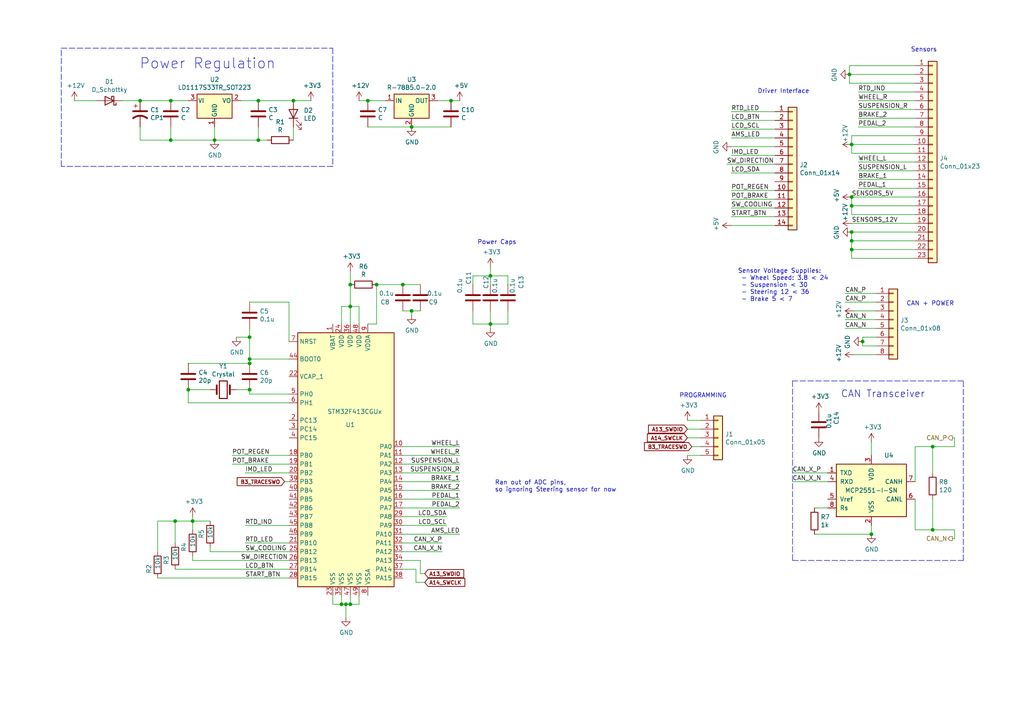
<source format=kicad_sch>
(kicad_sch (version 20211123) (generator eeschema)
  (paper "A4")
  (lib_symbols
    (symbol "Connector_Generic:Conn_01x05" (pin_names (offset 1.016) hide)
      (property "Reference" "J" (at 0 7.62 0))
      (property "Value" "Conn_01x05" (at 0 -7.62 0))
      (symbol "Conn_01x05_1_1"
        (rectangle (start -1.27 -4.953) (end 0 -5.207) (stroke (width 0.1524)))
        (rectangle (start -1.27 -2.413) (end 0 -2.667) (stroke (width 0.1524)))
        (rectangle (start -1.27 0.127) (end 0 -0.127) (stroke (width 0.1524)))
        (rectangle (start -1.27 2.667) (end 0 2.413) (stroke (width 0.1524)))
        (rectangle (start -1.27 5.207) (end 0 4.953) (stroke (width 0.1524)))
        (rectangle (start -1.27 6.35) (end 1.27 -6.35) (stroke (width 0.254)) (fill (type background)))
        (pin passive line (at -5.08 5.08 0) (length 3.81) (name "Pin_1") (number "1"))
        (pin passive line (at -5.08 2.54 0) (length 3.81) (name "Pin_2") (number "2"))
        (pin passive line (at -5.08 0 0) (length 3.81) (name "Pin_3") (number "3"))
        (pin passive line (at -5.08 -2.54 0) (length 3.81) (name "Pin_4") (number "4"))
        (pin passive line (at -5.08 -5.08 0) (length 3.81) (name "Pin_5") (number "5"))
      )
    )
    (symbol "Connector_Generic:Conn_01x08" (pin_names (offset 1.016) hide)
      (property "Reference" "J" (at 0 10.16 0))
      (property "Value" "Conn_01x08" (at 0 -12.7 0))
      (symbol "Conn_01x08_1_1"
        (rectangle (start -1.27 -10.033) (end 0 -10.287) (stroke (width 0.1524)))
        (rectangle (start -1.27 -7.493) (end 0 -7.747) (stroke (width 0.1524)))
        (rectangle (start -1.27 -4.953) (end 0 -5.207) (stroke (width 0.1524)))
        (rectangle (start -1.27 -2.413) (end 0 -2.667) (stroke (width 0.1524)))
        (rectangle (start -1.27 0.127) (end 0 -0.127) (stroke (width 0.1524)))
        (rectangle (start -1.27 2.667) (end 0 2.413) (stroke (width 0.1524)))
        (rectangle (start -1.27 5.207) (end 0 4.953) (stroke (width 0.1524)))
        (rectangle (start -1.27 7.747) (end 0 7.493) (stroke (width 0.1524)))
        (rectangle (start -1.27 8.89) (end 1.27 -11.43) (stroke (width 0.254)) (fill (type background)))
        (pin passive line (at -5.08 7.62 0) (length 3.81) (name "Pin_1") (number "1"))
        (pin passive line (at -5.08 5.08 0) (length 3.81) (name "Pin_2") (number "2"))
        (pin passive line (at -5.08 2.54 0) (length 3.81) (name "Pin_3") (number "3"))
        (pin passive line (at -5.08 0 0) (length 3.81) (name "Pin_4") (number "4"))
        (pin passive line (at -5.08 -2.54 0) (length 3.81) (name "Pin_5") (number "5"))
        (pin passive line (at -5.08 -5.08 0) (length 3.81) (name "Pin_6") (number "6"))
        (pin passive line (at -5.08 -7.62 0) (length 3.81) (name "Pin_7") (number "7"))
        (pin passive line (at -5.08 -10.16 0) (length 3.81) (name "Pin_8") (number "8"))
      )
    )
    (symbol "Connector_Generic:Conn_01x14" (pin_names (offset 1.016) hide)
      (property "Reference" "J" (at 0 17.78 0))
      (property "Value" "Conn_01x14" (at 0 -20.32 0))
      (symbol "Conn_01x14_1_1"
        (rectangle (start -1.27 -17.653) (end 0 -17.907) (stroke (width 0.1524)))
        (rectangle (start -1.27 -15.113) (end 0 -15.367) (stroke (width 0.1524)))
        (rectangle (start -1.27 -12.573) (end 0 -12.827) (stroke (width 0.1524)))
        (rectangle (start -1.27 -10.033) (end 0 -10.287) (stroke (width 0.1524)))
        (rectangle (start -1.27 -7.493) (end 0 -7.747) (stroke (width 0.1524)))
        (rectangle (start -1.27 -4.953) (end 0 -5.207) (stroke (width 0.1524)))
        (rectangle (start -1.27 -2.413) (end 0 -2.667) (stroke (width 0.1524)))
        (rectangle (start -1.27 0.127) (end 0 -0.127) (stroke (width 0.1524)))
        (rectangle (start -1.27 2.667) (end 0 2.413) (stroke (width 0.1524)))
        (rectangle (start -1.27 5.207) (end 0 4.953) (stroke (width 0.1524)))
        (rectangle (start -1.27 7.747) (end 0 7.493) (stroke (width 0.1524)))
        (rectangle (start -1.27 10.287) (end 0 10.033) (stroke (width 0.1524)))
        (rectangle (start -1.27 12.827) (end 0 12.573) (stroke (width 0.1524)))
        (rectangle (start -1.27 15.367) (end 0 15.113) (stroke (width 0.1524)))
        (rectangle (start -1.27 16.51) (end 1.27 -19.05) (stroke (width 0.254)) (fill (type background)))
        (pin passive line (at -5.08 15.24 0) (length 3.81) (name "Pin_1") (number "1"))
        (pin passive line (at -5.08 -7.62 0) (length 3.81) (name "Pin_10") (number "10"))
        (pin passive line (at -5.08 -10.16 0) (length 3.81) (name "Pin_11") (number "11"))
        (pin passive line (at -5.08 -12.7 0) (length 3.81) (name "Pin_12") (number "12"))
        (pin passive line (at -5.08 -15.24 0) (length 3.81) (name "Pin_13") (number "13"))
        (pin passive line (at -5.08 -17.78 0) (length 3.81) (name "Pin_14") (number "14"))
        (pin passive line (at -5.08 12.7 0) (length 3.81) (name "Pin_2") (number "2"))
        (pin passive line (at -5.08 10.16 0) (length 3.81) (name "Pin_3") (number "3"))
        (pin passive line (at -5.08 7.62 0) (length 3.81) (name "Pin_4") (number "4"))
        (pin passive line (at -5.08 5.08 0) (length 3.81) (name "Pin_5") (number "5"))
        (pin passive line (at -5.08 2.54 0) (length 3.81) (name "Pin_6") (number "6"))
        (pin passive line (at -5.08 0 0) (length 3.81) (name "Pin_7") (number "7"))
        (pin passive line (at -5.08 -2.54 0) (length 3.81) (name "Pin_8") (number "8"))
        (pin passive line (at -5.08 -5.08 0) (length 3.81) (name "Pin_9") (number "9"))
      )
    )
    (symbol "Connector_Generic:Conn_01x23" (pin_names (offset 1.016) hide)
      (property "Reference" "J" (at 0 30.48 0))
      (property "Value" "Conn_01x23" (at 0 -30.48 0))
      (symbol "Conn_01x23_1_1"
        (rectangle (start -1.27 -27.813) (end 0 -28.067) (stroke (width 0.1524)))
        (rectangle (start -1.27 -25.273) (end 0 -25.527) (stroke (width 0.1524)))
        (rectangle (start -1.27 -22.733) (end 0 -22.987) (stroke (width 0.1524)))
        (rectangle (start -1.27 -20.193) (end 0 -20.447) (stroke (width 0.1524)))
        (rectangle (start -1.27 -17.653) (end 0 -17.907) (stroke (width 0.1524)))
        (rectangle (start -1.27 -15.113) (end 0 -15.367) (stroke (width 0.1524)))
        (rectangle (start -1.27 -12.573) (end 0 -12.827) (stroke (width 0.1524)))
        (rectangle (start -1.27 -10.033) (end 0 -10.287) (stroke (width 0.1524)))
        (rectangle (start -1.27 -7.493) (end 0 -7.747) (stroke (width 0.1524)))
        (rectangle (start -1.27 -4.953) (end 0 -5.207) (stroke (width 0.1524)))
        (rectangle (start -1.27 -2.413) (end 0 -2.667) (stroke (width 0.1524)))
        (rectangle (start -1.27 0.127) (end 0 -0.127) (stroke (width 0.1524)))
        (rectangle (start -1.27 2.667) (end 0 2.413) (stroke (width 0.1524)))
        (rectangle (start -1.27 5.207) (end 0 4.953) (stroke (width 0.1524)))
        (rectangle (start -1.27 7.747) (end 0 7.493) (stroke (width 0.1524)))
        (rectangle (start -1.27 10.287) (end 0 10.033) (stroke (width 0.1524)))
        (rectangle (start -1.27 12.827) (end 0 12.573) (stroke (width 0.1524)))
        (rectangle (start -1.27 15.367) (end 0 15.113) (stroke (width 0.1524)))
        (rectangle (start -1.27 17.907) (end 0 17.653) (stroke (width 0.1524)))
        (rectangle (start -1.27 20.447) (end 0 20.193) (stroke (width 0.1524)))
        (rectangle (start -1.27 22.987) (end 0 22.733) (stroke (width 0.1524)))
        (rectangle (start -1.27 25.527) (end 0 25.273) (stroke (width 0.1524)))
        (rectangle (start -1.27 28.067) (end 0 27.813) (stroke (width 0.1524)))
        (rectangle (start -1.27 29.21) (end 1.27 -29.21) (stroke (width 0.254)) (fill (type background)))
        (pin passive line (at -5.08 27.94 0) (length 3.81) (name "Pin_1") (number "1"))
        (pin passive line (at -5.08 5.08 0) (length 3.81) (name "Pin_10") (number "10"))
        (pin passive line (at -5.08 2.54 0) (length 3.81) (name "Pin_11") (number "11"))
        (pin passive line (at -5.08 0 0) (length 3.81) (name "Pin_12") (number "12"))
        (pin passive line (at -5.08 -2.54 0) (length 3.81) (name "Pin_13") (number "13"))
        (pin passive line (at -5.08 -5.08 0) (length 3.81) (name "Pin_14") (number "14"))
        (pin passive line (at -5.08 -7.62 0) (length 3.81) (name "Pin_15") (number "15"))
        (pin passive line (at -5.08 -10.16 0) (length 3.81) (name "Pin_16") (number "16"))
        (pin passive line (at -5.08 -12.7 0) (length 3.81) (name "Pin_17") (number "17"))
        (pin passive line (at -5.08 -15.24 0) (length 3.81) (name "Pin_18") (number "18"))
        (pin passive line (at -5.08 -17.78 0) (length 3.81) (name "Pin_19") (number "19"))
        (pin passive line (at -5.08 25.4 0) (length 3.81) (name "Pin_2") (number "2"))
        (pin passive line (at -5.08 -20.32 0) (length 3.81) (name "Pin_20") (number "20"))
        (pin passive line (at -5.08 -22.86 0) (length 3.81) (name "Pin_21") (number "21"))
        (pin passive line (at -5.08 -25.4 0) (length 3.81) (name "Pin_22") (number "22"))
        (pin passive line (at -5.08 -27.94 0) (length 3.81) (name "Pin_23") (number "23"))
        (pin passive line (at -5.08 22.86 0) (length 3.81) (name "Pin_3") (number "3"))
        (pin passive line (at -5.08 20.32 0) (length 3.81) (name "Pin_4") (number "4"))
        (pin passive line (at -5.08 17.78 0) (length 3.81) (name "Pin_5") (number "5"))
        (pin passive line (at -5.08 15.24 0) (length 3.81) (name "Pin_6") (number "6"))
        (pin passive line (at -5.08 12.7 0) (length 3.81) (name "Pin_7") (number "7"))
        (pin passive line (at -5.08 10.16 0) (length 3.81) (name "Pin_8") (number "8"))
        (pin passive line (at -5.08 7.62 0) (length 3.81) (name "Pin_9") (number "9"))
      )
    )
    (symbol "Device:C" (pin_numbers hide) (pin_names (offset 0.254))
      (property "Reference" "C" (at 0.635 2.54 0))
      (property "Value" "C" (at 0.635 -2.54 0))
      (symbol "C_0_1"
        (polyline (pts (xy -2.032 -0.762) (xy 2.032 -0.762)) (stroke (width 0.508)))
        (polyline (pts (xy -2.032 0.762) (xy 2.032 0.762)) (stroke (width 0.508)))
      )
      (symbol "C_1_1"
        (pin passive line (at 0 3.81 270) (length 2.794) (name "~") (number "1"))
        (pin passive line (at 0 -3.81 90) (length 2.794) (name "~") (number "2"))
      )
    )
    (symbol "Device:CP1" (pin_numbers hide) (pin_names (offset 0.254) hide)
      (property "Reference" "C" (at 0.635 2.54 0))
      (property "Value" "Device_CP1" (at 0.635 -2.54 0))
      (symbol "CP1_0_1"
        (polyline (pts (xy -2.032 0.762) (xy 2.032 0.762)) (stroke (width 0.508)))
        (polyline (pts (xy -1.778 2.286) (xy -0.762 2.286)))
        (polyline (pts (xy -1.27 1.778) (xy -1.27 2.794)))
        (arc (start 2.032 -1.27) (mid 0 -0.5572) (end -2.032 -1.27) (stroke (width 0.508)))
      )
      (symbol "CP1_1_1"
        (pin passive line (at 0 3.81 270) (length 2.794) (name "~") (number "1"))
        (pin passive line (at 0 -3.81 90) (length 3.302) (name "~") (number "2"))
      )
    )
    (symbol "Device:Crystal" (pin_numbers hide) (pin_names (offset 1.016) hide)
      (property "Reference" "Y" (at 0 3.81 0))
      (property "Value" "Crystal" (at 0 -3.81 0))
      (symbol "Crystal_0_1"
        (rectangle (start -1.143 2.54) (end 1.143 -2.54) (stroke (width 0.3048)))
        (polyline (pts (xy -2.54 0) (xy -1.905 0)))
        (polyline (pts (xy -1.905 -1.27) (xy -1.905 1.27)) (stroke (width 0.508)))
        (polyline (pts (xy 1.905 -1.27) (xy 1.905 1.27)) (stroke (width 0.508)))
        (polyline (pts (xy 2.54 0) (xy 1.905 0)))
      )
      (symbol "Crystal_1_1"
        (pin passive line (at -3.81 0 0) (length 1.27) (name "1") (number "1"))
        (pin passive line (at 3.81 0 180) (length 1.27) (name "2") (number "2"))
      )
    )
    (symbol "Device:D_Schottky" (pin_numbers hide) (pin_names (offset 1.016) hide)
      (property "Reference" "D" (at 0 2.54 0))
      (property "Value" "D_Schottky" (at 0 -2.54 0))
      (symbol "D_Schottky_0_1"
        (polyline (pts (xy 1.27 0) (xy -1.27 0)))
        (polyline (pts (xy 1.27 1.27) (xy 1.27 -1.27) (xy -1.27 0) (xy 1.27 1.27)) (stroke (width 0.254)))
        (polyline (pts (xy -1.905 0.635) (xy -1.905 1.27) (xy -1.27 1.27) (xy -1.27 -1.27) (xy -0.635 -1.27) (xy -0.635 -0.635)) (stroke (width 0.254)))
      )
      (symbol "D_Schottky_1_1"
        (pin passive line (at -3.81 0 0) (length 2.54) (name "K") (number "1"))
        (pin passive line (at 3.81 0 180) (length 2.54) (name "A") (number "2"))
      )
    )
    (symbol "Device:LED" (pin_numbers hide) (pin_names (offset 1.016) hide)
      (property "Reference" "D" (at 0 2.54 0))
      (property "Value" "LED" (at 0 -2.54 0))
      (symbol "LED_0_1"
        (polyline (pts (xy -1.27 -1.27) (xy -1.27 1.27)) (stroke (width 0.254)))
        (polyline (pts (xy -1.27 0) (xy 1.27 0)))
        (polyline (pts (xy 1.27 -1.27) (xy 1.27 1.27) (xy -1.27 0) (xy 1.27 -1.27)) (stroke (width 0.254)))
        (polyline (pts (xy -3.048 -0.762) (xy -4.572 -2.286) (xy -3.81 -2.286) (xy -4.572 -2.286) (xy -4.572 -1.524)))
        (polyline (pts (xy -1.778 -0.762) (xy -3.302 -2.286) (xy -2.54 -2.286) (xy -3.302 -2.286) (xy -3.302 -1.524)))
      )
      (symbol "LED_1_1"
        (pin passive line (at -3.81 0 0) (length 2.54) (name "K") (number "1"))
        (pin passive line (at 3.81 0 180) (length 2.54) (name "A") (number "2"))
      )
    )
    (symbol "Device:R" (pin_numbers hide) (pin_names (offset 0))
      (property "Reference" "R" (at 2.032 0 90))
      (property "Value" "R" (at 0 0 90))
      (symbol "R_0_1"
        (rectangle (start -1.016 -2.54) (end 1.016 2.54) (stroke (width 0.254)))
      )
      (symbol "R_1_1"
        (pin passive line (at 0 3.81 270) (length 1.27) (name "~") (number "1"))
        (pin passive line (at 0 -3.81 90) (length 1.27) (name "~") (number "2"))
      )
    )
    (symbol "Interface_CAN_LIN:MCP2551-I-SN" (pin_names (offset 1.016))
      (property "Reference" "U" (at -10.16 8.89 0))
      (property "Value" "MCP2551-I-SN" (at 2.54 8.89 0))
      (symbol "MCP2551-I-SN_0_1"
        (rectangle (start -10.16 7.62) (end 10.16 -7.62) (stroke (width 0.254)) (fill (type background)))
      )
      (symbol "MCP2551-I-SN_1_1"
        (pin input line (at -12.7 5.08 0) (length 2.54) (name "TXD") (number "1"))
        (pin power_in line (at 0 -10.16 90) (length 2.54) (name "VSS") (number "2"))
        (pin power_in line (at 0 10.16 270) (length 2.54) (name "VDD") (number "3"))
        (pin output line (at -12.7 2.54 0) (length 2.54) (name "RXD") (number "4"))
        (pin power_out line (at -12.7 -2.54 0) (length 2.54) (name "Vref") (number "5"))
        (pin bidirectional line (at 12.7 -2.54 180) (length 2.54) (name "CANL") (number "6"))
        (pin bidirectional line (at 12.7 2.54 180) (length 2.54) (name "CANH") (number "7"))
        (pin input line (at -12.7 -5.08 0) (length 2.54) (name "Rs") (number "8"))
      )
    )
    (symbol "MCU_ST_STM32F4:STM32F413CGUx"
      (property "Reference" "U" (at -15.24 36.83 0))
      (property "Value" "STM32F413CGUx" (at 7.62 36.83 0))
      (symbol "STM32F413CGUx_0_1"
        (rectangle (start -15.24 -38.1) (end 12.7 35.56) (stroke (width 0.254)) (fill (type background)))
      )
      (symbol "STM32F413CGUx_1_1"
        (pin power_in line (at -5.08 38.1 270) (length 2.54) (name "VBAT") (number "1"))
        (pin bidirectional line (at 15.24 2.54 180) (length 2.54) (name "PA0") (number "10"))
        (pin bidirectional line (at 15.24 0 180) (length 2.54) (name "PA1") (number "11"))
        (pin bidirectional line (at 15.24 -2.54 180) (length 2.54) (name "PA2") (number "12"))
        (pin bidirectional line (at 15.24 -5.08 180) (length 2.54) (name "PA3") (number "13"))
        (pin bidirectional line (at 15.24 -7.62 180) (length 2.54) (name "PA4") (number "14"))
        (pin bidirectional line (at 15.24 -10.16 180) (length 2.54) (name "PA5") (number "15"))
        (pin bidirectional line (at 15.24 -12.7 180) (length 2.54) (name "PA6") (number "16"))
        (pin bidirectional line (at 15.24 -15.24 180) (length 2.54) (name "PA7") (number "17"))
        (pin bidirectional line (at -17.78 0 0) (length 2.54) (name "PB0") (number "18"))
        (pin bidirectional line (at -17.78 -2.54 0) (length 2.54) (name "PB1") (number "19"))
        (pin bidirectional line (at -17.78 10.16 0) (length 2.54) (name "PC13") (number "2"))
        (pin bidirectional line (at -17.78 -5.08 0) (length 2.54) (name "PB2") (number "20"))
        (pin bidirectional line (at -17.78 -25.4 0) (length 2.54) (name "PB10") (number "21"))
        (pin power_in line (at -17.78 22.86 0) (length 2.54) (name "VCAP_1") (number "22"))
        (pin power_in line (at -5.08 -40.64 90) (length 2.54) (name "VSS") (number "23"))
        (pin power_in line (at -2.54 38.1 270) (length 2.54) (name "VDD") (number "24"))
        (pin bidirectional line (at -17.78 -27.94 0) (length 2.54) (name "PB12") (number "25"))
        (pin bidirectional line (at -17.78 -30.48 0) (length 2.54) (name "PB13") (number "26"))
        (pin bidirectional line (at -17.78 -33.02 0) (length 2.54) (name "PB14") (number "27"))
        (pin bidirectional line (at -17.78 -35.56 0) (length 2.54) (name "PB15") (number "28"))
        (pin bidirectional line (at 15.24 -17.78 180) (length 2.54) (name "PA8") (number "29"))
        (pin bidirectional line (at -17.78 7.62 0) (length 2.54) (name "PC14") (number "3"))
        (pin bidirectional line (at 15.24 -20.32 180) (length 2.54) (name "PA9") (number "30"))
        (pin bidirectional line (at 15.24 -22.86 180) (length 2.54) (name "PA10") (number "31"))
        (pin bidirectional line (at 15.24 -25.4 180) (length 2.54) (name "PA11") (number "32"))
        (pin bidirectional line (at 15.24 -27.94 180) (length 2.54) (name "PA12") (number "33"))
        (pin bidirectional line (at 15.24 -30.48 180) (length 2.54) (name "PA13") (number "34"))
        (pin power_in line (at -2.54 -40.64 90) (length 2.54) (name "VSS") (number "35"))
        (pin power_in line (at 0 38.1 270) (length 2.54) (name "VDD") (number "36"))
        (pin bidirectional line (at 15.24 -33.02 180) (length 2.54) (name "PA14") (number "37"))
        (pin bidirectional line (at 15.24 -35.56 180) (length 2.54) (name "PA15") (number "38"))
        (pin bidirectional line (at -17.78 -7.62 0) (length 2.54) (name "PB3") (number "39"))
        (pin bidirectional line (at -17.78 5.08 0) (length 2.54) (name "PC15") (number "4"))
        (pin bidirectional line (at -17.78 -10.16 0) (length 2.54) (name "PB4") (number "40"))
        (pin bidirectional line (at -17.78 -12.7 0) (length 2.54) (name "PB5") (number "41"))
        (pin bidirectional line (at -17.78 -15.24 0) (length 2.54) (name "PB6") (number "42"))
        (pin bidirectional line (at -17.78 -17.78 0) (length 2.54) (name "PB7") (number "43"))
        (pin input line (at -17.78 27.94 0) (length 2.54) (name "BOOT0") (number "44"))
        (pin bidirectional line (at -17.78 -20.32 0) (length 2.54) (name "PB8") (number "45"))
        (pin bidirectional line (at -17.78 -22.86 0) (length 2.54) (name "PB9") (number "46"))
        (pin power_in line (at 0 -40.64 90) (length 2.54) (name "VSS") (number "47"))
        (pin power_in line (at 2.54 38.1 270) (length 2.54) (name "VDD") (number "48"))
        (pin power_in line (at 2.54 -40.64 90) (length 2.54) (name "VSS") (number "49"))
        (pin input line (at -17.78 17.78 0) (length 2.54) (name "PH0") (number "5"))
        (pin input line (at -17.78 15.24 0) (length 2.54) (name "PH1") (number "6"))
        (pin input line (at -17.78 33.02 0) (length 2.54) (name "NRST") (number "7"))
        (pin power_in line (at 5.08 -40.64 90) (length 2.54) (name "VSSA") (number "8"))
        (pin power_in line (at 5.08 38.1 270) (length 2.54) (name "VDDA") (number "9"))
      )
    )
    (symbol "Regulator_Linear:LD1117S33TR_SOT223" (pin_names (offset 0.254))
      (property "Reference" "U" (at -3.81 3.175 0))
      (property "Value" "LD1117S33TR_SOT223" (at 0 3.175 0))
      (symbol "LD1117S33TR_SOT223_0_1"
        (rectangle (start -5.08 -5.08) (end 5.08 1.905) (stroke (width 0.254)) (fill (type background)))
      )
      (symbol "LD1117S33TR_SOT223_1_1"
        (pin power_in line (at 0 -7.62 90) (length 2.54) (name "GND") (number "1"))
        (pin power_out line (at 7.62 0 180) (length 2.54) (name "VO") (number "2"))
        (pin power_in line (at -7.62 0 0) (length 2.54) (name "VI") (number "3"))
      )
    )
    (symbol "Regulator_Switching:R-78B5.0-2.0" (pin_names (offset 0.254))
      (property "Reference" "U" (at -3.81 3.175 0))
      (property "Value" "R-78B5.0-2.0" (at 0 3.175 0))
      (symbol "R-78B5.0-2.0_0_1"
        (rectangle (start -5.08 1.905) (end 5.08 -5.08) (stroke (width 0.254)) (fill (type background)))
      )
      (symbol "R-78B5.0-2.0_1_1"
        (pin power_in line (at -7.62 0 0) (length 2.54) (name "IN") (number "1"))
        (pin power_in line (at 0 -7.62 90) (length 2.54) (name "GND") (number "2"))
        (pin power_out line (at 7.62 0 180) (length 2.54) (name "OUT") (number "3"))
      )
    )
    (symbol "power:+12V" (power) (pin_names (offset 0))
      (property "Value" "+12V" (at 0 3.556 0))
      (symbol "+12V_0_1"
        (polyline (pts (xy -0.762 1.27) (xy 0 2.54)))
        (polyline (pts (xy 0 0) (xy 0 2.54)))
        (polyline (pts (xy 0 2.54) (xy 0.762 1.27)))
      )
      (symbol "+12V_1_1"
        (pin power_in line (at 0 0 90) (length 0) hide (name "+12V") (number "1"))
      )
    )
    (symbol "power:+3.3V" (power) (pin_names (offset 0))
      (property "Value" "+3.3V" (at 0 3.556 0))
      (symbol "+3.3V_0_1"
        (polyline (pts (xy -0.762 1.27) (xy 0 2.54)))
        (polyline (pts (xy 0 0) (xy 0 2.54)))
        (polyline (pts (xy 0 2.54) (xy 0.762 1.27)))
      )
      (symbol "+3.3V_1_1"
        (pin power_in line (at 0 0 90) (length 0) hide (name "+3V3") (number "1"))
      )
    )
    (symbol "power:+5V" (power) (pin_names (offset 0))
      (property "Value" "+5V" (at 0 3.556 0))
      (symbol "+5V_0_1"
        (polyline (pts (xy -0.762 1.27) (xy 0 2.54)))
        (polyline (pts (xy 0 0) (xy 0 2.54)))
        (polyline (pts (xy 0 2.54) (xy 0.762 1.27)))
      )
      (symbol "+5V_1_1"
        (pin power_in line (at 0 0 90) (length 0) hide (name "+5V") (number "1"))
      )
    )
    (symbol "power:GND" (power) (pin_names (offset 0))
      (property "Value" "GND" (at 0 -3.81 0))
      (symbol "GND_0_1"
        (polyline (pts (xy 0 0) (xy 0 -1.27) (xy 1.27 -1.27) (xy 0 -2.54) (xy -1.27 -1.27) (xy 0 -1.27)))
      )
      (symbol "GND_1_1"
        (pin power_in line (at 0 0 270) (length 0) hide (name "GND") (number "1"))
      )
    )
  )
  (junction (at 99.06 175.26))
  (junction (at 50.8 151.13))
  (junction (at 85.09 29.21))
  (junction (at 142.24 93.98))
  (junction (at 74.93 29.21))
  (junction (at 40.64 29.21))
  (junction (at 247.015 67.31))
  (junction (at 119.38 36.83))
  (junction (at 119.38 90.17))
  (junction (at 130.81 29.21))
  (junction (at 247.015 57.15))
  (junction (at 247.015 72.39))
  (junction (at 246.38 21.59))
  (junction (at 247.015 59.69))
  (junction (at 100.33 175.26))
  (junction (at 250.19 99.06))
  (junction (at 72.39 105.41))
  (junction (at 106.68 29.21))
  (junction (at 270.51 153.67))
  (junction (at 72.39 104.14))
  (junction (at 101.6 175.26))
  (junction (at 142.24 80.01))
  (junction (at 49.53 40.64))
  (junction (at 270.51 129.54))
  (junction (at 252.73 154.94))
  (junction (at 62.23 40.64))
  (junction (at 72.39 113.03))
  (junction (at 101.6 88.9))
  (junction (at 49.53 29.21))
  (junction (at 116.84 82.55))
  (junction (at 101.6 82.55))
  (junction (at 54.61 113.03))
  (junction (at 247.015 69.85))
  (junction (at 72.39 97.79))
  (junction (at 74.93 40.64))
  (junction (at 55.88 151.13))
  (junction (at 109.22 82.55))
  (junction (at 247.015 41.91))
  (wire (pts (xy 199.39 124.46) (xy 203.2 124.46)))
  (wire (pts (xy 99.06 172.72) (xy 99.06 175.26)))
  (wire (pts (xy 265.43 129.54) (xy 270.51 129.54)))
  (wire (pts (xy 212.09 55.245) (xy 224.79 55.245)))
  (wire (pts (xy 50.8 165.1) (xy 83.82 165.1)))
  (wire (pts (xy 54.61 116.84) (xy 83.82 116.84)))
  (wire (pts (xy 45.72 151.13) (xy 45.72 160.02)))
  (wire (pts (xy 100.33 179.07) (xy 100.33 175.26)))
  (wire (pts (xy 62.23 40.64) (xy 74.93 40.64)))
  (wire (pts (xy 116.84 90.17) (xy 119.38 90.17)))
  (wire (pts (xy 250.19 97.79) (xy 250.19 99.06)))
  (wire (pts (xy 54.61 113.03) (xy 54.61 116.84)))
  (wire (pts (xy 212.09 60.325) (xy 224.79 60.325)))
  (wire (pts (xy 247.015 41.91) (xy 265.43 41.91)))
  (wire (pts (xy 55.88 162.56) (xy 83.82 162.56)))
  (wire (pts (xy 248.92 26.67) (xy 265.43 26.67)))
  (wire (pts (xy 74.93 29.21) (xy 69.85 29.21)))
  (wire (pts (xy 245.11 92.71) (xy 254 92.71)))
  (wire (pts (xy 72.39 97.79) (xy 72.39 95.25)))
  (wire (pts (xy 106.68 36.83) (xy 119.38 36.83)))
  (wire (pts (xy 119.38 90.17) (xy 119.38 91.44)))
  (wire (pts (xy 101.6 82.55) (xy 101.6 88.9)))
  (wire (pts (xy 248.92 36.83) (xy 265.43 36.83)))
  (wire (pts (xy 248.92 52.07) (xy 265.43 52.07)))
  (wire (pts (xy 50.8 157.48) (xy 50.8 151.13)))
  (wire (pts (xy 236.22 154.94) (xy 252.73 154.94)))
  (wire (pts (xy 74.93 29.21) (xy 85.09 29.21)))
  (wire (pts (xy 248.92 49.53) (xy 265.43 49.53)))
  (wire (pts (xy 199.39 132.08) (xy 203.2 132.08)))
  (wire (pts (xy 72.39 87.63) (xy 83.82 87.63)))
  (wire (pts (xy 133.35 147.32) (xy 116.84 147.32)))
  (wire (pts (xy 120.65 165.1) (xy 116.84 165.1)))
  (wire (pts (xy 60.96 151.13) (xy 55.88 151.13)))
  (wire (pts (xy 83.82 157.48) (xy 71.12 157.48)))
  (wire (pts (xy 99.06 175.26) (xy 96.52 175.26)))
  (wire (pts (xy 210.82 47.625) (xy 224.79 47.625)))
  (wire (pts (xy 40.64 36.83) (xy 40.64 40.64)))
  (wire (pts (xy 72.39 105.41) (xy 54.61 105.41)))
  (wire (pts (xy 247.015 67.31) (xy 247.015 69.85)))
  (wire (pts (xy 72.39 104.14) (xy 72.39 97.79)))
  (wire (pts (xy 247.015 72.39) (xy 247.015 74.93)))
  (wire (pts (xy 250.19 97.79) (xy 254 97.79)))
  (wire (pts (xy 200.66 129.54) (xy 203.2 129.54)))
  (wire (pts (xy 265.43 21.59) (xy 246.38 21.59)))
  (polyline (pts (xy 17.78 48.26) (xy 17.78 13.97)))
  (wire (pts (xy 129.54 152.4) (xy 116.84 152.4)))
  (wire (pts (xy 265.43 129.54) (xy 265.43 139.7)))
  (polyline (pts (xy 229.87 162.56) (xy 279.4 162.56)))
  (wire (pts (xy 85.09 29.21) (xy 90.17 29.21)))
  (wire (pts (xy 142.24 80.01) (xy 142.24 77.47)))
  (wire (pts (xy 247.015 44.45) (xy 247.015 41.91)))
  (wire (pts (xy 83.82 114.3) (xy 72.39 114.3)))
  (wire (pts (xy 55.88 153.67) (xy 55.88 151.13)))
  (wire (pts (xy 82.55 139.7) (xy 83.82 139.7)))
  (wire (pts (xy 212.09 34.925) (xy 224.79 34.925)))
  (wire (pts (xy 250.19 100.33) (xy 254 100.33)))
  (wire (pts (xy 247.015 67.31) (xy 265.43 67.31)))
  (wire (pts (xy 137.16 93.98) (xy 142.24 93.98)))
  (polyline (pts (xy 96.52 13.97) (xy 96.52 48.26)))
  (wire (pts (xy 68.58 97.79) (xy 72.39 97.79)))
  (wire (pts (xy 55.88 151.13) (xy 55.88 149.86)))
  (polyline (pts (xy 17.78 13.97) (xy 96.52 13.97)))
  (wire (pts (xy 212.09 62.865) (xy 224.79 62.865)))
  (wire (pts (xy 101.6 78.74) (xy 101.6 82.55)))
  (wire (pts (xy 101.6 88.9) (xy 104.14 88.9)))
  (wire (pts (xy 83.82 87.63) (xy 83.82 99.06)))
  (wire (pts (xy 101.6 175.26) (xy 101.6 172.72)))
  (wire (pts (xy 247.015 69.85) (xy 265.43 69.85)))
  (wire (pts (xy 120.65 165.1) (xy 120.65 168.91)))
  (wire (pts (xy 101.6 88.9) (xy 99.06 88.9)))
  (wire (pts (xy 236.22 147.32) (xy 240.03 147.32)))
  (wire (pts (xy 142.24 80.01) (xy 147.32 80.01)))
  (wire (pts (xy 245.11 95.25) (xy 254 95.25)))
  (wire (pts (xy 104.14 88.9) (xy 104.14 93.98)))
  (wire (pts (xy 276.86 153.67) (xy 276.86 156.21)))
  (polyline (pts (xy 229.87 110.49) (xy 229.87 162.56)))
  (wire (pts (xy 203.2 121.92) (xy 199.39 121.92)))
  (wire (pts (xy 137.16 80.01) (xy 142.24 80.01)))
  (wire (pts (xy 50.8 151.13) (xy 55.88 151.13)))
  (wire (pts (xy 85.09 40.64) (xy 85.09 36.83)))
  (wire (pts (xy 133.35 137.16) (xy 116.84 137.16)))
  (wire (pts (xy 133.35 139.7) (xy 116.84 139.7)))
  (wire (pts (xy 229.87 137.16) (xy 240.03 137.16)))
  (wire (pts (xy 212.09 37.465) (xy 224.79 37.465)))
  (wire (pts (xy 133.35 134.62) (xy 116.84 134.62)))
  (wire (pts (xy 247.015 62.23) (xy 265.43 62.23)))
  (wire (pts (xy 250.19 99.06) (xy 250.19 100.33)))
  (wire (pts (xy 276.86 127) (xy 276.86 129.54)))
  (wire (pts (xy 128.27 157.48) (xy 116.84 157.48)))
  (wire (pts (xy 49.53 29.21) (xy 54.61 29.21)))
  (wire (pts (xy 62.23 36.83) (xy 62.23 40.64)))
  (wire (pts (xy 252.73 152.4) (xy 252.73 154.94)))
  (wire (pts (xy 133.35 154.94) (xy 116.84 154.94)))
  (wire (pts (xy 248.92 34.29) (xy 265.43 34.29)))
  (wire (pts (xy 71.12 137.16) (xy 83.82 137.16)))
  (wire (pts (xy 224.79 57.785) (xy 212.09 57.785)))
  (wire (pts (xy 247.015 74.93) (xy 265.43 74.93)))
  (wire (pts (xy 83.82 104.14) (xy 72.39 104.14)))
  (wire (pts (xy 121.92 166.37) (xy 121.92 162.56)))
  (wire (pts (xy 101.6 88.9) (xy 101.6 93.98)))
  (wire (pts (xy 248.92 54.61) (xy 265.43 54.61)))
  (wire (pts (xy 270.51 144.78) (xy 270.51 153.67)))
  (wire (pts (xy 265.43 153.67) (xy 270.51 153.67)))
  (wire (pts (xy 265.43 144.78) (xy 265.43 153.67)))
  (wire (pts (xy 212.09 45.085) (xy 224.79 45.085)))
  (wire (pts (xy 245.11 87.63) (xy 254 87.63)))
  (wire (pts (xy 128.27 160.02) (xy 116.84 160.02)))
  (wire (pts (xy 83.82 132.08) (xy 67.31 132.08)))
  (wire (pts (xy 276.86 156.21) (xy 276.225 156.21)))
  (wire (pts (xy 252.73 128.27) (xy 252.73 132.08)))
  (wire (pts (xy 133.35 144.78) (xy 116.84 144.78)))
  (wire (pts (xy 247.015 57.15) (xy 247.015 59.69)))
  (wire (pts (xy 246.38 19.05) (xy 265.43 19.05)))
  (wire (pts (xy 247.015 59.69) (xy 265.43 59.69)))
  (wire (pts (xy 104.14 29.21) (xy 106.68 29.21)))
  (wire (pts (xy 120.65 168.91) (xy 123.19 168.91)))
  (wire (pts (xy 246.38 24.13) (xy 246.38 21.59)))
  (polyline (pts (xy 96.52 48.26) (xy 17.78 48.26)))
  (wire (pts (xy 109.22 82.55) (xy 109.22 93.98)))
  (wire (pts (xy 119.38 36.83) (xy 130.81 36.83)))
  (wire (pts (xy 109.22 93.98) (xy 106.68 93.98)))
  (wire (pts (xy 99.06 88.9) (xy 99.06 93.98)))
  (wire (pts (xy 247.015 57.15) (xy 265.43 57.15)))
  (wire (pts (xy 35.56 29.21) (xy 40.64 29.21)))
  (wire (pts (xy 40.64 40.64) (xy 49.53 40.64)))
  (wire (pts (xy 224.79 40.005) (xy 212.09 40.005)))
  (wire (pts (xy 74.93 40.64) (xy 77.47 40.64)))
  (wire (pts (xy 133.35 142.24) (xy 116.84 142.24)))
  (wire (pts (xy 248.92 46.99) (xy 265.43 46.99)))
  (wire (pts (xy 106.68 29.21) (xy 111.76 29.21)))
  (wire (pts (xy 116.84 149.86) (xy 129.54 149.86)))
  (wire (pts (xy 104.14 175.26) (xy 104.14 172.72)))
  (wire (pts (xy 247.015 64.77) (xy 265.43 64.77)))
  (wire (pts (xy 121.92 162.56) (xy 116.84 162.56)))
  (wire (pts (xy 116.84 82.55) (xy 121.92 82.55)))
  (wire (pts (xy 203.2 127) (xy 199.39 127)))
  (wire (pts (xy 142.24 82.55) (xy 142.24 80.01)))
  (wire (pts (xy 60.96 158.75) (xy 60.96 160.02)))
  (wire (pts (xy 123.19 166.37) (xy 121.92 166.37)))
  (wire (pts (xy 100.33 175.26) (xy 101.6 175.26)))
  (wire (pts (xy 276.225 127) (xy 276.86 127)))
  (wire (pts (xy 49.53 40.64) (xy 62.23 40.64)))
  (wire (pts (xy 83.82 152.4) (xy 71.12 152.4)))
  (wire (pts (xy 96.52 175.26) (xy 96.52 172.72)))
  (wire (pts (xy 247.015 69.85) (xy 247.015 72.39)))
  (wire (pts (xy 60.96 160.02) (xy 83.82 160.02)))
  (wire (pts (xy 247.015 72.39) (xy 265.43 72.39)))
  (polyline (pts (xy 279.4 162.56) (xy 279.4 110.49)))
  (wire (pts (xy 72.39 114.3) (xy 72.39 113.03)))
  (wire (pts (xy 247.015 59.69) (xy 247.015 62.23)))
  (wire (pts (xy 248.92 29.21) (xy 265.43 29.21)))
  (wire (pts (xy 72.39 113.03) (xy 68.58 113.03)))
  (wire (pts (xy 147.32 80.01) (xy 147.32 82.55)))
  (wire (pts (xy 100.33 175.26) (xy 99.06 175.26)))
  (wire (pts (xy 133.35 129.54) (xy 116.84 129.54)))
  (wire (pts (xy 224.79 32.385) (xy 212.09 32.385)))
  (wire (pts (xy 229.87 139.7) (xy 240.03 139.7)))
  (wire (pts (xy 109.22 82.55) (xy 116.84 82.55)))
  (wire (pts (xy 55.88 161.29) (xy 55.88 162.56)))
  (wire (pts (xy 147.32 90.17) (xy 147.32 93.98)))
  (wire (pts (xy 119.38 90.17) (xy 121.92 90.17)))
  (wire (pts (xy 246.38 21.59) (xy 246.38 19.05)))
  (wire (pts (xy 270.51 129.54) (xy 276.86 129.54)))
  (wire (pts (xy 137.16 82.55) (xy 137.16 80.01)))
  (wire (pts (xy 247.015 44.45) (xy 265.43 44.45)))
  (wire (pts (xy 248.92 31.75) (xy 265.43 31.75)))
  (wire (pts (xy 49.53 36.83) (xy 49.53 40.64)))
  (wire (pts (xy 224.79 50.165) (xy 212.09 50.165)))
  (wire (pts (xy 254 90.17) (xy 247.65 90.17)))
  (wire (pts (xy 133.35 29.21) (xy 130.81 29.21)))
  (wire (pts (xy 45.72 151.13) (xy 50.8 151.13)))
  (wire (pts (xy 54.61 113.03) (xy 60.96 113.03)))
  (wire (pts (xy 74.93 36.83) (xy 74.93 40.64)))
  (wire (pts (xy 21.59 29.21) (xy 27.94 29.21)))
  (wire (pts (xy 142.24 90.17) (xy 142.24 93.98)))
  (wire (pts (xy 245.11 85.09) (xy 254 85.09)))
  (wire (pts (xy 101.6 175.26) (xy 104.14 175.26)))
  (wire (pts (xy 83.82 134.62) (xy 67.31 134.62)))
  (wire (pts (xy 137.16 90.17) (xy 137.16 93.98)))
  (wire (pts (xy 224.79 42.545) (xy 212.09 42.545)))
  (wire (pts (xy 265.43 24.13) (xy 246.38 24.13)))
  (wire (pts (xy 270.51 153.67) (xy 276.86 153.67)))
  (wire (pts (xy 270.51 137.16) (xy 270.51 129.54)))
  (wire (pts (xy 212.09 65.405) (xy 224.79 65.405)))
  (wire (pts (xy 247.015 41.91) (xy 247.015 39.37)))
  (wire (pts (xy 45.72 167.64) (xy 83.82 167.64)))
  (polyline (pts (xy 279.4 110.49) (xy 229.87 110.49)))
  (wire (pts (xy 254 102.87) (xy 247.65 102.87)))
  (wire (pts (xy 142.24 93.98) (xy 147.32 93.98)))
  (wire (pts (xy 133.35 132.08) (xy 116.84 132.08)))
  (wire (pts (xy 72.39 105.41) (xy 72.39 104.14)))
  (wire (pts (xy 142.24 93.98) (xy 142.24 95.25)))
  (wire (pts (xy 247.015 39.37) (xy 265.43 39.37)))
  (wire (pts (xy 130.81 29.21) (xy 127 29.21)))
  (wire (pts (xy 40.64 29.21) (xy 49.53 29.21)))
  (text "Power Caps" (at 138.43 71.12 0) (effects (font (size 1.27 1.27)) (justify left bottom)))
  (text "Sensor Voltage Supplies: \n - Wheel Speed: 3.8 < 24\n - Suspension < 30\n - Steering 12 < 36\n - Brake 5 < 7" (at 213.995 87.63 0) (effects (font (size 1.27 1.27)) (justify left bottom)))
  (text "CAN + POWER\n" (at 262.89 88.9 0) (effects (font (size 1.27 1.27)) (justify left bottom)))
  (text "Ran out of ADC pins, \nso ignoring Steering sensor for now" (at 143.51 142.875 0) (effects (font (size 1.27 1.27)) (justify left bottom)))
  (text "Driver Interface" (at 219.71 27.305 0) (effects (font (size 1.27 1.27)) (justify left bottom)))
  (text "PROGRAMMING" (at 210.82 115.57 180) (effects (font (size 1.27 1.27)) (justify right bottom)))
  (text "Sensors\n" (at 264.16 15.24 0) (effects (font (size 1.27 1.27)) (justify left bottom)))
  (text "Power Regulation" (at 80.01 20.32 180) (effects (font (size 2.9972 2.9972)) (justify right bottom)))
  (text "CAN Transceiver" (at 243.84 115.57 0) (effects (font (size 2.0066 2.0066)) (justify left bottom)))
  (label "CAN_P" (at 245.11 87.63 0))
  (label "RTD_IND" (at 71.12 152.4 0))
  (label "BRAKE_2" (at 133.35 142.24 180))
  (label "CAN_N" (at 245.11 92.71 0))
  (label "CAN_X_P" (at 128.27 157.48 180))
  (label "SUSPENSION_R" (at 248.92 31.75 0))
  (label "START_BTN" (at 71.12 167.64 0))
  (label "PEDAL_2" (at 248.92 36.83 0))
  (label "RTD_LED" (at 71.12 157.48 0))
  (label "SW_DIRECTION" (at 210.82 47.625 0))
  (label "PEDAL_1" (at 248.92 54.61 0))
  (label "LCD_SCL" (at 129.54 152.4 180))
  (label "LCD_SDA" (at 129.54 149.86 180))
  (label "LCD_SCL" (at 212.09 37.465 0))
  (label "PEDAL_2" (at 133.35 147.32 180))
  (label "PEDAL_1" (at 133.35 144.78 180))
  (label "SW_DIRECTION" (at 69.85 162.56 0))
  (label "POT_REGEN" (at 67.31 132.08 0))
  (label "POT_BRAKE" (at 67.31 134.62 0))
  (label "BRAKE_2" (at 248.92 34.29 0))
  (label "START_BTN" (at 212.09 62.865 0))
  (label "CAN_P" (at 245.11 85.09 0))
  (label "SUSPENSION_L" (at 248.92 49.53 0))
  (label "BRAKE_1" (at 133.35 139.7 180))
  (label "CAN_N" (at 245.11 95.25 0))
  (label "AMS_LED" (at 212.09 40.005 0))
  (label "SW_COOLING" (at 71.12 160.02 0))
  (label "SENSORS_12V" (at 247.015 64.77 0))
  (label "SUSPENSION_R" (at 133.35 137.16 180))
  (label "SW_COOLING" (at 212.09 60.325 0))
  (label "LCD_BTN" (at 71.12 165.1 0))
  (label "POT_REGEN" (at 212.09 55.245 0))
  (label "LCD_BTN" (at 212.09 34.925 0))
  (label "AMS_LED" (at 133.35 154.94 180))
  (label "SENSORS_5V" (at 247.015 57.15 0))
  (label "CAN_X_N" (at 128.27 160.02 180))
  (label "CAN_X_P" (at 229.87 137.16 0))
  (label "WHEEL_R" (at 133.35 132.08 180))
  (label "IMD_LED" (at 71.12 137.16 0))
  (label "CAN_X_N" (at 229.87 139.7 0))
  (label "IMD_LED" (at 212.09 45.085 0))
  (label "WHEEL_L" (at 133.35 129.54 180))
  (label "POT_BRAKE" (at 212.09 57.785 0))
  (label "LCD_SDA" (at 212.09 50.165 0))
  (label "RTD_LED" (at 212.09 32.385 0))
  (label "BRAKE_1" (at 248.92 52.07 0))
  (label "WHEEL_R" (at 248.92 29.21 0))
  (label "SUSPENSION_L" (at 133.35 134.62 180))
  (label "WHEEL_L" (at 248.92 46.99 0))
  (label "RTD_IND" (at 248.92 26.67 0))
  (global_label "B3_TRACESWO" (shape input) (at 82.55 139.7 180) (effects (font (size 1.0922 1.0922) (thickness 0.2184) bold)) (property "Intersheet References" "${INTERSHEET_REFS}" (effects hide)))
  (global_label "A14_SWCLK" (shape input) (at 199.39 127 180) (effects (font (size 1.0922 1.0922) (thickness 0.2184) bold)) (property "Intersheet References" "${INTERSHEET_REFS}" (effects hide)))
  (global_label "B3_TRACESWO" (shape input) (at 200.66 129.54 180) (effects (font (size 1.0922 1.0922) (thickness 0.2184) bold)) (property "Intersheet References" "${INTERSHEET_REFS}" (effects hide)))
  (global_label "A14_SWCLK" (shape input) (at 123.19 168.91 0) (effects (font (size 1.0922 1.0922) (thickness 0.2184) bold)) (property "Intersheet References" "${INTERSHEET_REFS}" (effects hide)))
  (global_label "A13_SWDIO" (shape input) (at 199.39 124.46 180) (effects (font (size 1.0922 1.0922) (thickness 0.2184) bold)) (property "Intersheet References" "${INTERSHEET_REFS}" (effects hide)))
  (global_label "A13_SWDIO" (shape input) (at 123.19 166.37 0) (effects (font (size 1.0922 1.0922) (thickness 0.2184) bold)) (property "Intersheet References" "${INTERSHEET_REFS}" (effects hide)))
  (hierarchical_label "CAN_N" (shape output) (at 276.225 156.21 180))
  (hierarchical_label "CAN_P" (shape output) (at 276.225 127 180))
  (symbol (lib_id "MCU_ST_STM32F4:STM32F413CGUx") (at 101.6 132.08 0) (unit 1)
    (property "Reference" "U1" (at 101.6 123.19 0))
    (property "Value" "STM32F413CGUx" (at 102.87 119.38 0))
    (property "Footprint" "Package_DFN_QFN:QFN-48-1EP_7x7mm_P0.5mm_EP5.6x5.6mm" (effects hide))
    (property "Datasheet" "http://www.st.com/st-web-ui/static/active/en/resource/technical/document/datasheet/DM00282249.pdf" (effects hide))
  )
  (symbol (lib_id "Regulator_Linear:LD1117S33TR_SOT223") (at 62.23 29.21 0) (unit 1)
    (property "Reference" "U2" (at 62.23 23.0632 0))
    (property "Value" "LD1117S33TR_SOT223" (at 62.23 25.3746 0))
    (property "Footprint" "Package_TO_SOT_SMD:SOT-223-3_TabPin2" (effects hide))
    (property "Datasheet" "http://www.st.com/st-web-ui/static/active/en/resource/technical/document/datasheet/CD00000544.pdf" (effects hide))
  )
  (symbol (lib_id "Device:C") (at 49.53 33.02 0) (unit 1)
    (property "Reference" "C2" (at 52.451 31.8516 0) (effects (justify left)))
    (property "Value" "C" (at 52.451 34.163 0) (effects (justify left)))
    (property "Footprint" "Capacitor_SMD:C_0603_1608Metric_Pad1.08x0.95mm_HandSolder" (effects hide))
  )
  (symbol (lib_id "Device:C") (at 74.93 33.02 0) (unit 1)
    (property "Reference" "C3" (at 77.851 31.8516 0) (effects (justify left)))
    (property "Value" "C" (at 77.851 34.163 0) (effects (justify left)))
    (property "Footprint" "Capacitor_SMD:C_0603_1608Metric_Pad1.08x0.95mm_HandSolder" (effects hide))
  )
  (symbol (lib_id "Device:D_Schottky") (at 31.75 29.21 180) (unit 1)
    (property "Reference" "D1" (at 31.75 23.6982 0))
    (property "Value" "D_Schottky" (at 31.75 26.0096 0))
    (property "Footprint" "Diode_SMD:D_SMA-SMB_Universal_Handsoldering" (effects hide))
  )
  (symbol (lib_id "Device:LED") (at 85.09 33.02 90) (unit 1)
    (property "Reference" "D2" (at 88.0872 32.0294 90) (effects (justify right)))
    (property "Value" "LED" (at 88.0872 34.3408 90) (effects (justify right)))
    (property "Footprint" "LED_SMD:LED_0603_1608Metric_Pad1.05x0.95mm_HandSolder" (effects hide))
  )
  (symbol (lib_id "Device:R") (at 81.28 40.64 90) (unit 1)
    (property "Reference" "R1" (at 81.28 35.3822 90))
    (property "Value" "R" (at 81.28 37.6936 90))
    (property "Footprint" "Resistor_SMD:R_0603_1608Metric_Pad0.98x0.95mm_HandSolder" (effects hide))
  )
  (symbol (lib_id "power:GND") (at 62.23 40.64 0) (unit 1)
    (property "Reference" "#PWR0103" (effects hide))
    (property "Value" "GND" (at 62.357 45.0342 0))
  )
  (symbol (lib_id "power:+3.3V") (at 90.17 29.21 0) (unit 1)
    (property "Reference" "#PWR0104" (effects hide))
    (property "Value" "+3.3V" (at 90.551 24.8158 0))
  )
  (symbol (lib_id "Device:C") (at 72.39 91.44 0) (unit 1)
    (property "Reference" "C5" (at 75.311 90.2716 0) (effects (justify left)))
    (property "Value" "0.1u" (at 75.311 92.583 0) (effects (justify left)))
    (property "Footprint" "Capacitor_SMD:C_0603_1608Metric_Pad1.08x0.95mm_HandSolder" (effects hide))
  )
  (symbol (lib_id "power:GND") (at 68.58 97.79 0) (unit 1)
    (property "Reference" "#PWR0109" (effects hide))
    (property "Value" "GND" (at 68.707 102.1842 0))
  )
  (symbol (lib_id "power:+3.3V") (at 101.6 78.74 0) (unit 1)
    (property "Reference" "#PWR0105" (effects hide))
    (property "Value" "+3.3V" (at 101.981 74.3458 0))
  )
  (symbol (lib_id "Device:Crystal") (at 64.77 113.03 0) (unit 1)
    (property "Reference" "Y1" (at 64.77 106.2228 0))
    (property "Value" "Crystal" (at 64.77 108.5342 0))
    (property "Footprint" "Crystal:Crystal_HC52-8mm_Vertical" (effects hide))
  )
  (symbol (lib_id "Device:C") (at 54.61 109.22 0) (unit 1)
    (property "Reference" "C4" (at 57.531 108.0516 0) (effects (justify left)))
    (property "Value" "20p" (at 57.531 110.363 0) (effects (justify left)))
    (property "Footprint" "Capacitor_SMD:C_0603_1608Metric_Pad1.08x0.95mm_HandSolder" (effects hide))
  )
  (symbol (lib_id "Device:C") (at 72.39 109.22 0) (unit 1)
    (property "Reference" "C6" (at 75.311 108.0516 0) (effects (justify left)))
    (property "Value" "20p" (at 75.311 110.363 0) (effects (justify left)))
    (property "Footprint" "Capacitor_SMD:C_0603_1608Metric_Pad1.08x0.95mm_HandSolder" (effects hide))
  )
  (symbol (lib_id "power:+3.3V") (at 142.24 77.47 0) (unit 1)
    (property "Reference" "#PWR0102" (effects hide))
    (property "Value" "+3.3V" (at 142.621 73.0758 0))
  )
  (symbol (lib_id "Device:R") (at 105.41 82.55 270) (unit 1)
    (property "Reference" "R6" (at 105.41 77.2922 90))
    (property "Value" "R" (at 105.41 79.6036 90))
    (property "Footprint" "Resistor_SMD:R_0603_1608Metric_Pad0.98x0.95mm_HandSolder" (effects hide))
  )
  (symbol (lib_id "Device:C") (at 137.16 86.36 0) (unit 1)
    (property "Reference" "C11" (at 135.89 82.55 90) (effects (justify left)))
    (property "Value" "0.1u" (at 133.35 85.09 90) (effects (justify left)))
    (property "Footprint" "Capacitor_SMD:C_0603_1608Metric_Pad1.08x0.95mm_HandSolder" (effects hide))
  )
  (symbol (lib_id "Device:C") (at 142.24 86.36 0) (unit 1)
    (property "Reference" "C12" (at 140.97 83.82 90) (effects (justify left)))
    (property "Value" "0.1u" (at 143.51 85.09 90) (effects (justify left)))
    (property "Footprint" "Capacitor_SMD:C_0603_1608Metric_Pad1.08x0.95mm_HandSolder" (effects hide))
  )
  (symbol (lib_id "Device:C") (at 147.32 86.36 0) (unit 1)
    (property "Reference" "C13" (at 151.13 83.82 90) (effects (justify left)))
    (property "Value" "0.1u" (at 148.59 85.09 90) (effects (justify left)))
    (property "Footprint" "Capacitor_SMD:C_0603_1608Metric_Pad1.08x0.95mm_HandSolder" (effects hide))
  )
  (symbol (lib_id "Device:CP1") (at 40.64 33.02 0) (unit 1)
    (property "Reference" "C1" (at 43.561 31.8516 0) (effects (justify left)))
    (property "Value" "CP1" (at 43.561 34.163 0) (effects (justify left)))
    (property "Footprint" "Capacitor_THT:CP_Radial_D4.0mm_P2.00mm" (effects hide))
  )
  (symbol (lib_id "power:GND") (at 100.33 179.07 0) (unit 1)
    (property "Reference" "#PWR0110" (effects hide))
    (property "Value" "GND" (at 100.457 183.4642 0))
  )
  (symbol (lib_id "Interface_CAN_LIN:MCP2551-I-SN") (at 252.73 142.24 0) (unit 1)
    (property "Reference" "U4" (at 257.81 132.08 0))
    (property "Value" "MCP2551-I-SN" (at 252.73 142.24 0))
    (property "Footprint" "Package_SO:SOIC-8_3.9x4.9mm_P1.27mm" (effects hide))
    (property "Datasheet" "http://ww1.microchip.com/downloads/en/devicedoc/21667d.pdf" (effects hide))
  )
  (symbol (lib_id "power:GND") (at 142.24 95.25 0) (unit 1)
    (property "Reference" "#PWR0113" (effects hide))
    (property "Value" "GND" (at 142.367 99.6442 0))
  )
  (symbol (lib_id "Device:C") (at 121.92 86.36 180) (unit 1)
    (property "Reference" "C9" (at 127 87.63 0) (effects (justify left)))
    (property "Value" "0.1u" (at 128.27 85.09 0) (effects (justify left)))
    (property "Footprint" "Capacitor_SMD:C_0603_1608Metric_Pad1.08x0.95mm_HandSolder" (effects hide))
  )
  (symbol (lib_id "Device:C") (at 116.84 86.36 180) (unit 1)
    (property "Reference" "C8" (at 113.03 87.63 0) (effects (justify left)))
    (property "Value" "0.1u" (at 114.3 85.09 0) (effects (justify left)))
    (property "Footprint" "Capacitor_SMD:C_0603_1608Metric_Pad1.08x0.95mm_HandSolder" (effects hide))
  )
  (symbol (lib_id "Device:C") (at 237.49 123.19 0) (unit 1)
    (property "Reference" "C14" (at 242.57 123.19 90) (effects (justify left)))
    (property "Value" "0.1u" (at 240.411 124.333 90) (effects (justify left)))
    (property "Footprint" "Capacitor_SMD:C_0603_1608Metric_Pad1.08x0.95mm_HandSolder" (effects hide))
  )
  (symbol (lib_id "power:GND") (at 119.38 91.44 0) (unit 1)
    (property "Reference" "#PWR0112" (effects hide))
    (property "Value" "GND" (at 119.507 95.8342 0))
  )
  (symbol (lib_id "power:+3.3V") (at 252.73 128.27 0) (unit 1)
    (property "Reference" "#PWR0121" (effects hide))
    (property "Value" "+3.3V" (at 253.111 123.8758 0))
  )
  (symbol (lib_id "power:GND") (at 252.73 154.94 0) (unit 1)
    (property "Reference" "#PWR0120" (effects hide))
    (property "Value" "GND" (at 252.857 159.3342 0))
  )
  (symbol (lib_id "power:GND") (at 237.49 127 0) (unit 1)
    (property "Reference" "#PWR0124" (effects hide))
    (property "Value" "GND" (at 237.617 131.3942 0))
  )
  (symbol (lib_id "power:+3.3V") (at 237.49 119.38 0) (unit 1)
    (property "Reference" "#PWR0123" (effects hide))
    (property "Value" "+3.3V" (at 237.871 114.9858 0))
  )
  (symbol (lib_id "Device:R") (at 270.51 140.97 0) (unit 1)
    (property "Reference" "R8" (at 272.288 139.8016 0) (effects (justify left)))
    (property "Value" "120" (at 272.288 142.113 0) (effects (justify left)))
    (property "Footprint" "Resistor_SMD:R_0603_1608Metric_Pad0.98x0.95mm_HandSolder" (effects hide))
  )
  (symbol (lib_id "Device:R") (at 236.22 151.13 0) (unit 1)
    (property "Reference" "R7" (at 237.998 149.9616 0) (effects (justify left)))
    (property "Value" "1k" (at 237.998 152.273 0) (effects (justify left)))
    (property "Footprint" "Resistor_SMD:R_0603_1608Metric_Pad0.98x0.95mm_HandSolder" (effects hide))
  )
  (symbol (lib_id "power:+3.3V") (at 199.39 121.92 0) (unit 1)
    (property "Reference" "#PWR0116" (effects hide))
    (property "Value" "+3.3V" (at 199.771 117.5258 0))
  )
  (symbol (lib_id "power:GND") (at 199.39 132.08 0) (unit 1)
    (property "Reference" "#PWR0118" (effects hide))
    (property "Value" "GND" (at 199.517 136.4742 0))
  )
  (symbol (lib_id "power:+12V") (at 21.59 29.21 0) (unit 1)
    (property "Reference" "#PWR0111" (effects hide))
    (property "Value" "+12V" (at 21.971 24.8158 0))
  )
  (symbol (lib_id "Device:R") (at 45.72 163.83 0) (unit 1)
    (property "Reference" "R2" (at 43.18 166.37 90) (effects (justify left)))
    (property "Value" "10k" (at 45.72 165.1 90) (effects (justify left)))
    (property "Footprint" "Resistor_SMD:R_0603_1608Metric_Pad0.98x0.95mm_HandSolder" (effects hide))
  )
  (symbol (lib_id "Connector_Generic:Conn_01x23") (at 270.51 46.99 0) (unit 1)
    (property "Reference" "J4" (at 272.542 45.9232 0) (effects (justify left)))
    (property "Value" "Conn_01x23" (at 272.542 48.2346 0) (effects (justify left)))
    (property "Footprint" "AERO_Footprints:TE_1-770669-1_23pin_Horizontal" (effects hide))
  )
  (symbol (lib_id "Connector_Generic:Conn_01x14") (at 229.87 47.625 0) (unit 1)
    (property "Reference" "J2" (at 231.902 47.8282 0) (effects (justify left)))
    (property "Value" "Conn_01x14" (at 231.902 50.1396 0) (effects (justify left)))
    (property "Footprint" "AERO_Footprints:TE_1-776266-1_14pin_Horizontal" (effects hide))
  )
  (symbol (lib_id "Connector_Generic:Conn_01x08") (at 259.08 92.71 0) (unit 1)
    (property "Reference" "J3" (at 261.112 92.9132 0) (effects (justify left)))
    (property "Value" "Conn_01x08" (at 261.112 95.2246 0) (effects (justify left)))
    (property "Footprint" "AERO_Footprints:TE_1-776280-1_8pin_Horizontal" (effects hide))
  )
  (symbol (lib_id "power:+12V") (at 247.015 64.77 90) (unit 1)
    (property "Reference" "#PWR0125" (effects hide))
    (property "Value" "+12V" (at 245.11 61.595 0))
  )
  (symbol (lib_id "power:+5V") (at 247.015 57.15 90) (unit 1)
    (property "Reference" "#PWR0126" (effects hide))
    (property "Value" "+5V" (at 242.6208 56.769 0))
  )
  (symbol (lib_id "power:GND") (at 247.015 67.31 270) (unit 1)
    (property "Reference" "#PWR0119" (effects hide))
    (property "Value" "GND" (at 242.6208 67.437 0))
  )
  (symbol (lib_id "Connector_Generic:Conn_01x05") (at 208.28 127 0) (unit 1)
    (property "Reference" "J1" (at 210.312 125.9332 0) (effects (justify left)))
    (property "Value" "Conn_01x05" (at 210.312 128.2446 0) (effects (justify left)))
    (property "Footprint" "Connector_JST:JST_XH_B5B-XH-A_1x05_P2.50mm_Vertical" (effects hide))
  )
  (symbol (lib_id "Regulator_Switching:R-78B5.0-2.0") (at 119.38 29.21 0) (unit 1)
    (property "Reference" "U3" (at 119.38 23.0632 0))
    (property "Value" "R-78B5.0-2.0" (at 119.38 25.3746 0))
    (property "Footprint" "Converter_DCDC:Converter_DCDC_RECOM_R-78B-2.0_THT" (effects hide))
    (property "Datasheet" "https://www.recom-power.com/pdf/Innoline/R-78Bxx-2.0.pdf" (effects hide))
  )
  (symbol (lib_id "Device:C") (at 130.81 33.02 0) (unit 1)
    (property "Reference" "C10" (at 133.731 31.8516 0) (effects (justify left)))
    (property "Value" "C" (at 133.731 34.163 0) (effects (justify left)))
    (property "Footprint" "Capacitor_SMD:C_0603_1608Metric_Pad1.08x0.95mm_HandSolder" (effects hide))
  )
  (symbol (lib_id "Device:C") (at 106.68 33.02 0) (unit 1)
    (property "Reference" "C7" (at 109.601 31.8516 0) (effects (justify left)))
    (property "Value" "C" (at 109.601 34.163 0) (effects (justify left)))
    (property "Footprint" "Capacitor_SMD:C_0603_1608Metric_Pad1.08x0.95mm_HandSolder" (effects hide))
  )
  (symbol (lib_id "power:GND") (at 119.38 36.83 0) (unit 1)
    (property "Reference" "#PWR0106" (effects hide))
    (property "Value" "GND" (at 119.507 41.2242 0))
  )
  (symbol (lib_id "power:+12V") (at 104.14 29.21 0) (unit 1)
    (property "Reference" "#PWR0101" (effects hide))
    (property "Value" "+12V" (at 104.521 24.8158 0))
  )
  (symbol (lib_id "power:+12V") (at 247.65 90.17 90) (unit 1)
    (property "Reference" "#PWR0117" (effects hide))
    (property "Value" "+12V" (at 243.2558 89.789 0))
  )
  (symbol (lib_id "power:+5V") (at 133.35 29.21 0) (unit 1)
    (property "Reference" "#PWR0107" (effects hide))
    (property "Value" "+5V" (at 133.731 24.8158 0))
  )
  (symbol (lib_id "power:GND") (at 250.19 99.06 270) (unit 1)
    (property "Reference" "#PWR0122" (effects hide))
    (property "Value" "GND" (at 245.7958 99.187 0))
  )
  (symbol (lib_id "Device:R") (at 55.88 157.48 0) (unit 1)
    (property "Reference" "R4" (at 53.34 160.02 90) (effects (justify left)))
    (property "Value" "10k" (at 55.88 158.75 90) (effects (justify left)))
    (property "Footprint" "Resistor_SMD:R_0603_1608Metric_Pad0.98x0.95mm_HandSolder" (effects hide))
  )
  (symbol (lib_id "power:+3.3V") (at 55.88 149.86 0) (unit 1)
    (property "Reference" "#PWR0108" (effects hide))
    (property "Value" "+3.3V" (at 56.261 145.4658 0))
  )
  (symbol (lib_id "Device:R") (at 60.96 154.94 0) (unit 1)
    (property "Reference" "R5" (at 58.42 156.21 90) (effects (justify left)))
    (property "Value" "10k" (at 60.96 156.21 90) (effects (justify left)))
    (property "Footprint" "Resistor_SMD:R_0603_1608Metric_Pad0.98x0.95mm_HandSolder" (effects hide))
  )
  (symbol (lib_id "power:+5V") (at 212.09 65.405 90) (unit 1)
    (property "Reference" "#PWR0115" (effects hide))
    (property "Value" "+5V" (at 207.6958 65.024 0))
  )
  (symbol (lib_id "power:GND") (at 212.09 42.545 270) (unit 1)
    (property "Reference" "#PWR0114" (effects hide))
    (property "Value" "GND" (at 207.6958 42.672 0))
  )
  (symbol (lib_id "Device:R") (at 50.8 161.29 0) (unit 1)
    (property "Reference" "R3" (at 48.26 163.83 90) (effects (justify left)))
    (property "Value" "10k" (at 50.8 162.56 90) (effects (justify left)))
    (property "Footprint" "Resistor_SMD:R_0603_1608Metric_Pad0.98x0.95mm_HandSolder" (effects hide))
  )
  (symbol (lib_id "power:+12V") (at 247.015 41.91 90) (unit 1)
    (property "Reference" "#PWR?" (effects hide))
    (property "Value" "+12V" (at 245.11 38.735 0))
  )
  (symbol (lib_id "power:+12V") (at 247.65 102.87 90) (unit 1)
    (property "Reference" "#PWR0127" (effects hide))
    (property "Value" "+12V" (at 243.2558 102.489 0))
  )
  (symbol (lib_id "power:GND") (at 246.38 21.59 270) (unit 1)
    (property "Reference" "#PWR0128" (effects hide))
    (property "Value" "GND" (at 241.9858 21.717 0))
  )
)
</source>
